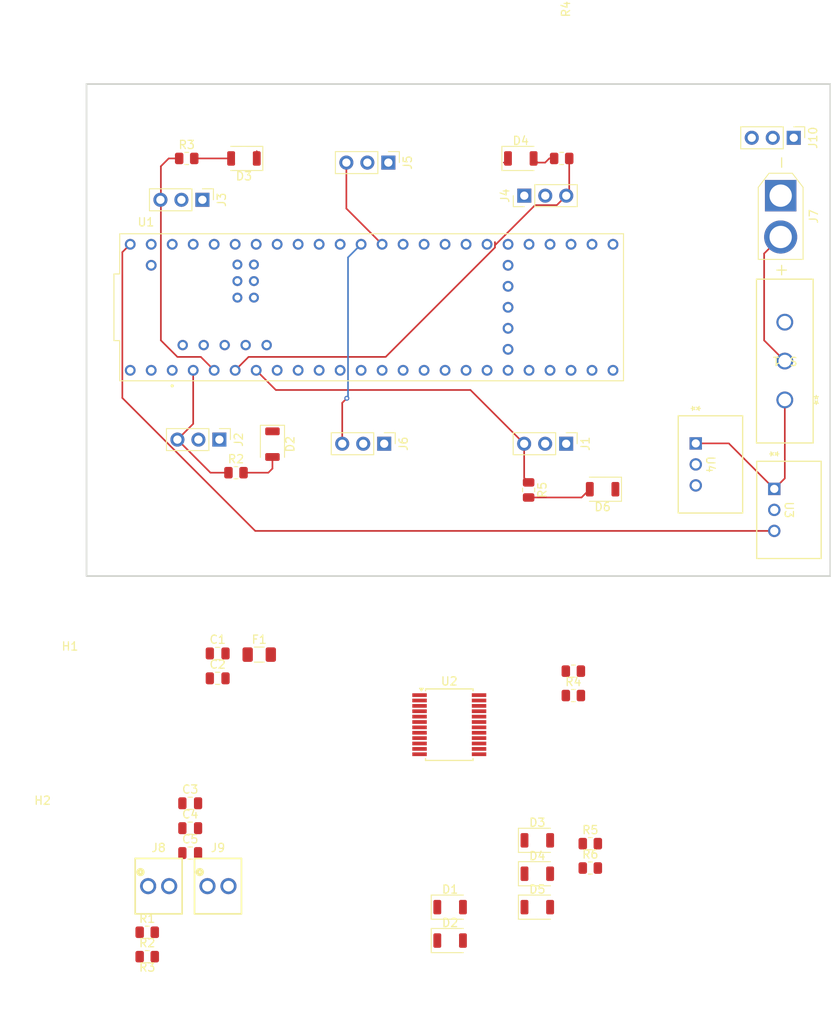
<source format=kicad_pcb>
(kicad_pcb (version 20240108) (generator "pcbnew") (generator_version "8.0")
  (layers (0 "F.Cu" signal) (31 "B.Cu" signal) (34 "B.Paste" user) (35 "F.Paste" user) (36 "B.SilkS" user "B.Silkscreen") (37 "F.SilkS" user "F.Silkscreen") (38 "B.Mask" user) (39 "F.Mask" user) (44 "Edge.Cuts" user))
  (net 0 "")
  (net 1 "+12V")
  (net 2 "GND")
  (net 3 "+5V")
  (net 4 "+3.3V")
  (net 5 "Net-(D1-A)")
  (net 6 "s2")
  (net 7 "s3")
  (net 8 "s4")
  (net 9 "Net-(D6-K)")
  (net 11 "s1")
  (net 12 "Net-(J2-Pin_3)")
  (net 13 "Net-(J3-Pin_3)")
  (net 14 "Net-(J4-Pin_3)")
  (net 15 "L1")
  (net 16 "L2")
  (net 17 "Net-(J8-Pin_1)")
  (net 18 "Net-(J8-Pin_2)")
  (net 19 "Net-(J9-Pin_1)")
  (net 20 "Net-(J9-Pin_2)")
  (net 21 "start")
  (net 24 "motorapwm")
  (net 27 "motorbpwm")
  (net 35 "md3")
  (net 40 "md2")
  (net 58 "md1")
  (net 68 "md4")
  (net 70 "mdr4")
  (net 71 "mdr1")
  (net 72 "mdr3")
  (net 73 "mdr2")
  (net 74 "Net-(J7-Pin_2)")
  (net 75 "Net-(D2-A)")
  (net 76 "Net-(D3-A)")
  (net 77 "Net-(D4-A)")
  (net 78 "Net-(D6-A)")
  (footprint "footprints:SIP3_R-78K-0.5_RCP" (layer "F.Cu") (at 153.225 70.46 -90)
    (property "Reference" "U3" (at 2.54 -1.775 -90) (layer "F.SilkS"))
    (property "Value" "R-78K5.0-0.5")
    (fp_line (start -3.3401 2.1239) (end 8.4201 2.1239) (stroke (width 0.1524)) (layer "F.SilkS"))
    (fp_line (start 8.4201 2.1239) (end 8.4201 -5.6739) (stroke (width 0.1524)) (layer "F.SilkS"))
    (fp_line (start -3.3401 -5.6739) (end -3.3401 2.1239) (stroke (width 0.1524)) (layer "F.SilkS"))
    (fp_line (start 8.4201 -5.6739) (end -3.3401 -5.6739) (stroke (width 0.1524)) (layer "F.SilkS"))
    (fp_text user "*" (at -4.2291 0 90) (layer "F.SilkS"))
    (fp_text user "*" (at -4.2291 0 -90) (layer "F.SilkS"))
    (pad "1" thru_hole rect (at 0 0 270) (size 1.4986 1.4986) (drill 0.9906) (layers "*.Cu" "*.Mask") (net 1 "+12V"))
    (pad "2" thru_hole circle (at 2.54 0 270) (size 1.4986 1.4986) (drill 0.9906) (layers "*.Cu" "*.Mask") (net 2 "GND"))
    (pad "3" thru_hole circle (at 5.08 0 270) (size 1.4986 1.4986) (drill 0.9906) (layers "*.Cu" "*.Mask") (net 3 "+5V"))
  )
  (footprint "Resistor_SMD:R_0805_2012Metric" (layer "F.Cu") (at 130.9625 116.31)
    (property "Reference" "R6" (at 0 -1.65 0) (layer "F.SilkS"))
    (property "Value" "R_US")
    (fp_line (start -0.227064 -0.735) (end 0.227064 -0.735) (stroke (width 0.12)) (layer "F.SilkS"))
    (fp_line (start -0.227064 0.735) (end 0.227064 0.735) (stroke (width 0.12)) (layer "F.SilkS"))
    (pad "1" smd roundrect (at -0.9125 0) (size 1.025 1.4) (layers "F.Cu" "F.Paste" "F.Mask") (roundrect_rratio 0.243902) (net 9 "Net-(D6-K)"))
    (pad "2" smd roundrect (at 0.9125 0) (size 1.025 1.4) (layers "F.Cu" "F.Paste" "F.Mask") (roundrect_rratio 0.243902) (net 2 "GND"))
  )
  (footprint "Resistor_SMD:R_0805_2012Metric" (layer "F.Cu") (at 88.0875 68.5)
    (property "Reference" "R2" (at 0 -1.65 360) (layer "F.SilkS"))
    (property "Value" "R_US")
    (fp_line (start -0.227064 -0.735) (end 0.227064 -0.735) (stroke (width 0.12)) (layer "F.SilkS"))
    (fp_line (start -0.227064 0.735) (end 0.227064 0.735) (stroke (width 0.12)) (layer "F.SilkS"))
    (pad "1" smd roundrect (at -0.9125 0) (size 1.025 1.4) (layers "F.Cu" "F.Paste" "F.Mask") (roundrect_rratio 0.243902) (net 6 "s2"))
    (pad "2" smd roundrect (at 0.9125 0) (size 1.025 1.4) (layers "F.Cu" "F.Paste" "F.Mask") (roundrect_rratio 0.243902) (net 75 "Net-(D2-A)"))
  )
  (footprint "Resistor_SMD:R_0805_2012Metric" (layer "F.Cu") (at 77.345 127.025)
    (property "Reference" "R2" (at 0 -1.65 0) (layer "F.SilkS"))
    (property "Value" "R_US")
    (fp_line (start -0.227064 -0.735) (end 0.227064 -0.735) (stroke (width 0.12)) (layer "F.SilkS"))
    (fp_line (start -0.227064 0.735) (end 0.227064 0.735) (stroke (width 0.12)) (layer "F.SilkS"))
    (pad "1" smd roundrect (at -0.9125 0) (size 1.025 1.4) (layers "F.Cu" "F.Paste" "F.Mask") (roundrect_rratio 0.243902) (net 11 "s1"))
    (pad "2" smd roundrect (at 0.9125 0) (size 1.025 1.4) (layers "F.Cu" "F.Paste" "F.Mask") (roundrect_rratio 0.243902) (net 2 "GND"))
  )
  (footprint "Connector_PinHeader_2.54mm:PinHeader_1x03_P2.54mm_Vertical" (layer "F.Cu") (at 106.025 65 -90)
    (property "Reference" "J6" (at 0 -2.33 90) (layer "F.SilkS"))
    (property "Value" "Screw_Terminal_01x03")
    (fp_line (start -1.33 6.41) (end 1.33 6.41) (stroke (width 0.12)) (layer "F.SilkS"))
    (fp_line (start -1.33 1.27) (end -1.33 6.41) (stroke (width 0.12)) (layer "F.SilkS"))
    (fp_line (start -1.33 1.27) (end 1.33 1.27) (stroke (width 0.12)) (layer "F.SilkS"))
    (fp_line (start 1.33 1.27) (end 1.33 6.41) (stroke (width 0.12)) (layer "F.SilkS"))
    (fp_line (start -1.33 0) (end -1.33 -1.33) (stroke (width 0.12)) (layer "F.SilkS"))
    (fp_line (start -1.33 -1.33) (end 0 -1.33) (stroke (width 0.12)) (layer "F.SilkS"))
    (pad "1" thru_hole rect (at 0 0 270) (size 1.7 1.7) (drill 1) (layers "*.Cu" "*.Mask") (net 2 "GND"))
    (pad "2" thru_hole oval (at 0 2.54 270) (size 1.7 1.7) (drill 1) (layers "*.Cu" "*.Mask") (net 2 "GND"))
    (pad "3" thru_hole oval (at 0 5.08 270) (size 1.7 1.7) (drill 1) (layers "*.Cu" "*.Mask") (net 16 "L2"))
  )
  (footprint "Connector_PinHeader_2.54mm:PinHeader_1x03_P2.54mm_Vertical" (layer "F.Cu") (at 106.525 31 -90)
    (property "Reference" "J5" (at 0 -2.33 90) (layer "F.SilkS"))
    (property "Value" "Screw_Terminal_01x03")
    (fp_line (start -1.33 6.41) (end 1.33 6.41) (stroke (width 0.12)) (layer "F.SilkS"))
    (fp_line (start -1.33 1.27) (end -1.33 6.41) (stroke (width 0.12)) (layer "F.SilkS"))
    (fp_line (start -1.33 1.27) (end 1.33 1.27) (stroke (width 0.12)) (layer "F.SilkS"))
    (fp_line (start 1.33 1.27) (end 1.33 6.41) (stroke (width 0.12)) (layer "F.SilkS"))
    (fp_line (start -1.33 0) (end -1.33 -1.33) (stroke (width 0.12)) (layer "F.SilkS"))
    (fp_line (start -1.33 -1.33) (end 0 -1.33) (stroke (width 0.12)) (layer "F.SilkS"))
    (pad "1" thru_hole rect (at 0 0 270) (size 1.7 1.7) (drill 1) (layers "*.Cu" "*.Mask") (net 2 "GND"))
    (pad "2" thru_hole oval (at 0 2.54 270) (size 1.7 1.7) (drill 1) (layers "*.Cu" "*.Mask") (net 4 "+3.3V"))
    (pad "3" thru_hole oval (at 0 5.08 270) (size 1.7 1.7) (drill 1) (layers "*.Cu" "*.Mask") (net 15 "L1"))
  )
  (footprint "LED_SMD:LED_1206_3216Metric_ReverseMount_Hole1.8x2.4mm" (layer "F.Cu") (at 114 121.04)
    (property "Reference" "D1" (at 0 -2.145 0) (layer "F.SilkS"))
    (property "Value" "LED")
    (fp_line (start -2.285 -1.46) (end -2.285 1.46) (stroke (width 0.12)) (layer "F.SilkS"))
    (fp_line (start -2.285 1.46) (end 1.6 1.46) (stroke (width 0.12)) (layer "F.SilkS"))
    (fp_line (start 1.6 -1.46) (end -2.285 -1.46) (stroke (width 0.12)) (layer "F.SilkS"))
    (pad "" np_thru_hole oval (at 0 0) (size 1.8 2.4) (drill oval 1.8 2.4) (layers "*.Cu" "*.Mask"))
    (pad "1" smd roundrect (at -1.55 0) (size 0.95 1.75) (layers "F.Cu" "F.Paste" "F.Mask") (roundrect_rratio 0.2) (net 2 "GND"))
    (pad "2" smd roundrect (at 1.55 0) (size 0.95 1.75) (layers "F.Cu" "F.Paste" "F.Mask") (roundrect_rratio 0.2) (net 5 "Net-(D1-A)"))
  )
  (footprint "MountingHole:MountingHole_2.5mm" (layer "F.Cu") (at 68 93)
    (property "Reference" "H1" (at 0 -3.5 0) (layer "F.SilkS"))
    (property "Value" "MountingHole")
    (pad "" np_thru_hole circle (at 0 0) (size 2.5 2.5) (drill 2.5) (layers "*.Cu" "*.Mask"))
  )
  (footprint "DEV-16771:MODULE_DEV-16771" (layer "F.Cu") (at 104.5 48.5)
    (property "Reference" "U1" (at -27.305 -10.295 0) (layer "F.SilkS"))
    (property "Value" "DEV-16771")
    (fp_line (start -31.18 4.03) (end -31.18 -4.03) (stroke (width 0.127)) (layer "F.SilkS"))
    (fp_line (start -30.48 -8.89) (end -30.48 -4.03) (stroke (width 0.127)) (layer "F.SilkS"))
    (fp_line (start -30.48 -8.89) (end 30.48 -8.89) (stroke (width 0.127)) (layer "F.SilkS"))
    (fp_line (start -30.48 -4.03) (end -31.18 -4.03) (stroke (width 0.127)) (layer "F.SilkS"))
    (fp_line (start -30.48 4.03) (end -31.18 4.03) (stroke (width 0.127)) (layer "F.SilkS"))
    (fp_line (start -30.48 8.89) (end -30.48 4.03) (stroke (width 0.127)) (layer "F.SilkS"))
    (fp_line (start 30.48 -8.89) (end 30.48 8.89) (stroke (width 0.127)) (layer "F.SilkS"))
    (fp_line (start 30.48 8.89) (end -30.48 8.89) (stroke (width 0.127)) (layer "F.SilkS"))
    (fp_circle (center -24.13 9.5) (end -24.03 9.5) (stroke (width 0.2)) (fill none) (layer "F.SilkS"))
    (pad "0" thru_hole circle (at -26.67 7.62) (size 1.308 1.308) (drill 0.8) (layers "*.Cu" "*.Mask"))
    (pad "1" thru_hole circle (at -24.13 7.62) (size 1.308 1.308) (drill 0.8) (layers "*.Cu" "*.Mask"))
    (pad "2" thru_hole circle (at -21.59 7.62) (size 1.308 1.308) (drill 0.8) (layers "*.Cu" "*.Mask") (net 6 "s2"))
    (pad "3" thru_hole circle (at -19.05 7.62) (size 1.308 1.308) (drill 0.8) (layers "*.Cu" "*.Mask") (net 7 "s3"))
    (pad "3.3V_1" thru_hole circle (at 6.35 7.62) (size 1.308 1.308) (drill 0.8) (layers "*.Cu" "*.Mask") (net 4 "+3.3V"))
    (pad "3.3V_2" thru_hole circle (at -24.13 -7.62) (size 1.308 1.308) (drill 0.8) (layers "*.Cu" "*.Mask") (net 4 "+3.3V"))
    (pad "3.3V_3" thru_hole circle (at 16.51 2.54) (size 1.308 1.308) (drill 0.8) (layers "*.Cu" "*.Mask") (net 4 "+3.3V"))
    (pad "4" thru_hole circle (at -16.51 7.62) (size 1.308 1.308) (drill 0.8) (layers "*.Cu" "*.Mask") (net 8 "s4"))
    (pad "5" thru_hole circle (at -13.97 7.62) (size 1.308 1.308) (drill 0.8) (layers "*.Cu" "*.Mask") (net 11 "s1"))
    (pad "5V" thru_hole circle (at -22.86 4.57) (size 1.258 1.258) (drill 0.75) (layers "*.Cu" "*.Mask"))
    (pad "6" thru_hole circle (at -11.43 7.62) (size 1.308 1.308) (drill 0.8) (layers "*.Cu" "*.Mask") (net 24 "motorapwm"))
    (pad "7" thru_hole circle (at -8.89 7.62) (size 1.308 1.308) (drill 0.8) (layers "*.Cu" "*.Mask"))
    (pad "8" thru_hole circle (at -6.35 7.62) (size 1.308 1.308) (drill 0.8) (layers "*.Cu" "*.Mask"))
    (pad "9" thru_hole circle (at -3.81 7.62) (size 1.308 1.308) (drill 0.8) (layers "*.Cu" "*.Mask") (net 27 "motorbpwm"))
    (pad "10" thru_hole circle (at -1.27 7.62) (size 1.308 1.308) (drill 0.8) (layers "*.Cu" "*.Mask"))
    (pad "11" thru_hole circle (at 1.27 7.62) (size 1.308 1.308) (drill 0.8) (layers "*.Cu" "*.Mask"))
    (pad "12" thru_hole circle (at 3.81 7.62) (size 1.308 1.308) (drill 0.8) (layers "*.Cu" "*.Mask"))
    (pad "13" thru_hole circle (at 3.81 -7.62) (size 1.308 1.308) (drill 0.8) (layers "*.Cu" "*.Mask"))
    (pad "14" thru_hole circle (at 1.27 -7.62) (size 1.308 1.308) (drill 0.8) (layers "*.Cu" "*.Mask") (net 15 "L1"))
    (pad "15" thru_hole circle (at -1.27 -7.62) (size 1.308 1.308) (drill 0.8) (layers "*.Cu" "*.Mask") (net 16 "L2"))
    (pad "16" thru_hole circle (at -3.81 -7.62) (size 1.308 1.308) (drill 0.8) (layers "*.Cu" "*.Mask"))
    (pad "17" thru_hole circle (at -6.35 -7.62) (size 1.308 1.308) (drill 0.8) (layers "*.Cu" "*.Mask") (net 21 "start"))
    (pad "18" thru_hole circle (at -8.89 -7.62) (size 1.308 1.308) (drill 0.8) (layers "*.Cu" "*.Mask"))
    (pad "19" thru_hole circle (at -11.43 -7.62) (size 1.308 1.308) (drill 0.8) (layers "*.Cu" "*.Mask") (net 58 "md1"))
    (pad "20" thru_hole circle (at -13.97 -7.62) (size 1.308 1.308) (drill 0.8) (layers "*.Cu" "*.Mask") (net 40 "md2"))
    (pad "21" thru_hole circle (at -16.51 -7.62) (size 1.308 1.308) (drill 0.8) (layers "*.Cu" "*.Mask") (net 35 "md3"))
    (pad "22" thru_hole circle (at -19.05 -7.62) (size 1.308 1.308) (drill 0.8) (layers "*.Cu" "*.Mask") (net 68 "md4"))
    (pad "23" thru_hole circle (at -21.59 -7.62) (size 1.308 1.308) (drill 0.8) (layers "*.Cu" "*.Mask"))
    (pad "24" thru_hole circle (at 8.89 7.62) (size 1.308 1.308) (drill 0.8) (layers "*.Cu" "*.Mask"))
    (pad "25" thru_hole circle (at 11.43 7.62) (size 1.308 1.308) (drill 0.8) (layers "*.Cu" "*.Mask"))
    (pad "26" thru_hole circle (at 13.97 7.62) (size 1.308 1.308) (drill 0.8) (layers "*.Cu" "*.Mask"))
    (pad "27" thru_hole circle (at 16.51 7.62) (size 1.308 1.308) (drill 0.8) (layers "*.Cu" "*.Mask"))
    (pad "28" thru_hole circle (at 19.05 7.62) (size 1.308 1.308) (drill 0.8) (layers "*.Cu" "*.Mask"))
    (pad "29" thru_hole circle (at 21.59 7.62) (size 1.308 1.308) (drill 0.8) (layers "*.Cu" "*.Mask"))
    (pad "30" thru_hole circle (at 24.13 7.62) (size 1.308 1.308) (drill 0.8) (layers "*.Cu" "*.Mask"))
    (pad "31" thru_hole circle (at 26.67 7.62) (size 1.308 1.308) (drill 0.8) (layers "*.Cu" "*.Mask"))
    (pad "32" thru_hole circle (at 29.21 7.62) (size 1.308 1.308) (drill 0.8) (layers "*.Cu" "*.Mask"))
    (pad "33" thru_hole circle (at 29.21 -7.62) (size 1.308 1.308) (drill 0.8) (layers "*.Cu" "*.Mask"))
    (pad "34" thru_hole circle (at 26.67 -7.62) (size 1.308 1.308) (drill 0.8) (layers "*.Cu" "*.Mask"))
    (pad "35" thru_hole circle (at 24.13 -7.62) (size 1.308 1.308) (drill 0.8) (layers "*.Cu" "*.Mask"))
    (pad "36" thru_hole circle (at 21.59 -7.62) (size 1.308 1.308) (drill 0.8) (layers "*.Cu" "*.Mask"))
    (pad "37" thru_hole circle (at 19.05 -7.62) (size 1.308 1.308) (drill 0.8) (layers "*.Cu" "*.Mask"))
    (pad "38" thru_hole circle (at 16.51 -7.62) (size 1.308 1.308) (drill 0.8) (layers "*.Cu" "*.Mask"))
    (pad "39" thru_hole circle (at 13.97 -7.62) (size 1.308 1.308) (drill 0.8) (layers "*.Cu" "*.Mask"))
    (pad "40" thru_hole circle (at 11.43 -7.62) (size 1.308 1.308) (drill 0.8) (layers "*.Cu" "*.Mask"))
    (pad "41" thru_hole circle (at 8.89 -7.62) (size 1.308 1.308) (drill 0.8) (layers "*.Cu" "*.Mask"))
    (pad "D+" thru_hole circle (at -17.78 4.57) (size 1.258 1.258) (drill 0.75) (layers "*.Cu" "*.Mask"))
    (pad "D-" thru_hole circle (at -20.32 4.57) (size 1.258 1.258) (drill 0.75) (layers "*.Cu" "*.Mask"))
    (pad "GND1" thru_hole circle (at -29.21 7.62) (size 1.308 1.308) (drill 0.8) (layers "*.Cu" "*.Mask") (net 2 "GND"))
    (pad "GND2" thru_hole circle (at 6.35 -7.62) (size 1.308 1.308) (drill 0.8) (layers "*.Cu" "*.Mask") (net 2 "GND"))
    (pad "GND3" thru_hole circle (at -26.67 -7.62) (size 1.308 1.308) (drill 0.8) (layers "*.Cu" "*.Mask") (net 2 "GND"))
    (pad "GND4" thru_hole circle (at 16.51 0) (size 1.308 1.308) (drill 0.8) (layers "*.Cu" "*.Mask") (net 2 "GND"))
    (pad "GND5" thru_hole circle (at -14.24 -3.17) (size 1.208 1.208) (drill 0.7) (layers "*.Cu" "*.Mask") (net 2 "GND"))
    (pad "LED" thru_hole circle (at -16.24 -3.17) (size 1.208 1.208) (drill 0.7) (layers "*.Cu" "*.Mask"))
    (pad "ON/OFF" thru_hole circle (at 16.51 -5.08) (size 1.308 1.308) (drill 0.8) (layers "*.Cu" "*.Mask"))
    (pad "PROGRAM" thru_hole circle (at 16.51 -2.54) (size 1.308 1.308) (drill 0.8) (layers "*.Cu" "*.Mask"))
    (pad "R+" thru_hole circle (at -16.24 -5.17) (size 1.208 1.208) (drill 0.7) (layers "*.Cu" "*.Mask"))
    (pad "R-" thru_hole circle (at -14.24 -5.17) (size 1.208 1.208) (drill 0.7) (layers "*.Cu" "*.Mask"))
    (pad "T+" thru_hole circle (at -14.24 -1.17) (size 1.208 1.208) (drill 0.7) (layers "*.Cu" "*.Mask"))
    (pad "T-" thru_hole circle (at -16.24 -1.17) (size 1.208 1.208) (drill 0.7) (layers "*.Cu" "*.Mask"))
    (pad "USB_GND1" thru_hole circle (at -15.24 4.57) (size 1.258 1.258) (drill 0.75) (layers "*.Cu" "*.Mask") (net 2 "GND"))
    (pad "USB_GND2" thru_hole circle (at -12.7 4.57) (size 1.258 1.258) (drill 0.75) (layers "*.Cu" "*.Mask") (net 2 "GND"))
    (pad "VBAT" thru_hole circle (at 16.51 5.08) (size 1.308 1.308) (drill 0.8) (layers "*.Cu" "*.Mask"))
    (pad "VIN" thru_hole circle (at -29.21 -7.62) (size 1.308 1.308) (drill 0.8) (layers "*.Cu" "*.Mask") (net 3 "+5V"))
    (pad "VUSB" thru_hole circle (at -26.67 -5.08) (size 1.308 1.308) (drill 0.8) (layers "*.Cu" "*.Mask"))
  )
  (footprint "Resistor_SMD:R_0805_2012Metric" (layer "F.Cu") (at 127.5 30.5 180)
    (property "Reference" "R4" (at -0.51 18.06 90) (layer "F.SilkS"))
    (property "Value" "R_US")
    (fp_line (start -0.227064 0.735) (end 0.227064 0.735) (stroke (width 0.12)) (layer "F.SilkS"))
    (fp_line (start -0.227064 -0.735) (end 0.227064 -0.735) (stroke (width 0.12)) (layer "F.SilkS"))
    (pad "1" smd roundrect (at -0.9125 0 180) (size 1.025 1.4) (layers "F.Cu" "F.Paste" "F.Mask") (roundrect_rratio 0.243902) (net 8 "s4"))
    (pad "2" smd roundrect (at 0.9125 0 180) (size 1.025 1.4) (layers "F.Cu" "F.Paste" "F.Mask") (roundrect_rratio 0.243902) (net 77 "Net-(D4-A)"))
  )
  (footprint "Package_SO:SSOP-24_5.3x8.2mm_P0.65mm" (layer "F.Cu") (at 113.9 98.975)
    (property "Reference" "U2" (at 0 -5.25 0) (layer "F.SilkS"))
    (property "Value" "TB6612FNG")
    (fp_line (start -2.875 -4.325) (end -2.875 -4.1) (stroke (width 0.15)) (layer "F.SilkS"))
    (fp_line (start -2.875 -4.325) (end 2.875 -4.325) (stroke (width 0.15)) (layer "F.SilkS"))
    (fp_line (start -2.875 4.325) (end -2.875 4.1) (stroke (width 0.15)) (layer "F.SilkS"))
    (fp_line (start -2.875 4.325) (end 2.875 4.325) (stroke (width 0.15)) (layer "F.SilkS"))
    (fp_line (start 2.875 -4.325) (end 2.875 -4.1) (stroke (width 0.15)) (layer "F.SilkS"))
    (fp_line (start 2.875 4.325) (end 2.875 4.1) (stroke (width 0.15)) (layer "F.SilkS"))
    (fp_poly (pts (xy -3.375 -4.075) (xy -3.615 -4.405) (xy -3.135 -4.405) (xy -3.375 -4.075)) (stroke (width 0.12)) (fill solid) (layer "F.SilkS"))
    (pad "1" smd rect (at -3.6 -3.575) (size 1.75 0.45) (layers "F.Cu" "F.Paste" "F.Mask") (net 17 "Net-(J8-Pin_1)"))
    (pad "2" smd rect (at -3.6 -2.925) (size 1.75 0.45) (layers "F.Cu" "F.Paste" "F.Mask") (net 17 "Net-(J8-Pin_1)"))
    (pad "3" smd rect (at -3.6 -2.275) (size 1.75 0.45) (layers "F.Cu" "F.Paste" "F.Mask") (net 2 "GND"))
    (pad "4" smd rect (at -3.6 -1.625) (size 1.75 0.45) (layers "F.Cu" "F.Paste" "F.Mask") (net 2 "GND"))
    (pad "5" smd rect (at -3.6 -0.975) (size 1.75 0.45) (layers "F.Cu" "F.Paste" "F.Mask") (net 18 "Net-(J8-Pin_2)"))
    (pad "6" smd rect (at -3.6 -0.325) (size 1.75 0.45) (layers "F.Cu" "F.Paste" "F.Mask") (net 18 "Net-(J8-Pin_2)"))
    (pad "7" smd rect (at -3.6 0.325) (size 1.75 0.45) (layers "F.Cu" "F.Paste" "F.Mask") (net 20 "Net-(J9-Pin_2)"))
    (pad "8" smd rect (at -3.6 0.975) (size 1.75 0.45) (layers "F.Cu" "F.Paste" "F.Mask") (net 20 "Net-(J9-Pin_2)"))
    (pad "9" smd rect (at -3.6 1.625) (size 1.75 0.45) (layers "F.Cu" "F.Paste" "F.Mask") (net 2 "GND"))
    (pad "10" smd rect (at -3.6 2.275) (size 1.75 0.45) (layers "F.Cu" "F.Paste" "F.Mask") (net 2 "GND"))
    (pad "11" smd rect (at -3.6 2.925) (size 1.75 0.45) (layers "F.Cu" "F.Paste" "F.Mask") (net 19 "Net-(J9-Pin_1)"))
    (pad "12" smd rect (at -3.6 3.575) (size 1.75 0.45) (layers "F.Cu" "F.Paste" "F.Mask") (net 19 "Net-(J9-Pin_1)"))
    (pad "13" smd rect (at 3.6 3.575) (size 1.75 0.45) (layers "F.Cu" "F.Paste" "F.Mask") (net 1 "+12V"))
    (pad "14" smd rect (at 3.6 2.925) (size 1.75 0.45) (layers "F.Cu" "F.Paste" "F.Mask") (net 1 "+12V"))
    (pad "15" smd rect (at 3.6 2.275) (size 1.75 0.45) (layers "F.Cu" "F.Paste" "F.Mask") (net 27 "motorbpwm"))
    (pad "16" smd rect (at 3.6 1.625) (size 1.75 0.45) (layers "F.Cu" "F.Paste" "F.Mask") (net 70 "mdr4"))
    (pad "17" smd rect (at 3.6 0.975) (size 1.75 0.45) (layers "F.Cu" "F.Paste" "F.Mask") (net 72 "mdr3"))
    (pad "18" smd rect (at 3.6 0.325) (size 1.75 0.45) (layers "F.Cu" "F.Paste" "F.Mask") (net 2 "GND"))
    (pad "19" smd rect (at 3.6 -0.325) (size 1.75 0.45) (layers "F.Cu" "F.Paste" "F.Mask") (net 4 "+3.3V"))
    (pad "20" smd rect (at 3.6 -0.975) (size 1.75 0.45) (layers "F.Cu" "F.Paste" "F.Mask") (net 4 "+3.3V"))
    (pad "21" smd rect (at 3.6 -1.625) (size 1.75 0.45) (layers "F.Cu" "F.Paste" "F.Mask") (net 71 "mdr1"))
    (pad "22" smd rect (at 3.6 -2.275) (size 1.75 0.45) (layers "F.Cu" "F.Paste" "F.Mask") (net 73 "mdr2"))
    (pad "23" smd rect (at 3.6 -2.925) (size 1.75 0.45) (layers "F.Cu" "F.Paste" "F.Mask") (net 24 "motorapwm"))
    (pad "24" smd rect (at 3.6 -3.575) (size 1.75 0.45) (layers "F.Cu" "F.Paste" "F.Mask") (net 1 "+12V"))
  )
  (footprint "MountingHole:MountingHole_2.5mm" (layer "F.Cu") (at 64.68 111.65)
    (property "Reference" "H2" (at 0 -3.5 0) (layer "F.SilkS"))
    (property "Value" "MountingHole")
    (pad "" np_thru_hole circle (at 0 0) (size 2.5 2.5) (drill 2.5) (layers "*.Cu" "*.Mask"))
  )
  (footprint "LED_SMD:LED_1206_3216Metric_ReverseMount_Hole1.8x2.4mm" (layer "F.Cu") (at 89.05 30.5 180)
    (property "Reference" "D3" (at 0 -2.145 360) (layer "F.SilkS"))
    (property "Value" "LED")
    (fp_line (start 1.6 -1.46) (end -2.285 -1.46) (stroke (width 0.12)) (layer "F.SilkS"))
    (fp_line (start -2.285 1.46) (end 1.6 1.46) (stroke (width 0.12)) (layer "F.SilkS"))
    (fp_line (start -2.285 -1.46) (end -2.285 1.46) (stroke (width 0.12)) (layer "F.SilkS"))
    (pad "" np_thru_hole oval (at 0 0 180) (size 1.8 2.4) (drill oval 1.8 2.4) (layers "*.Cu" "*.Mask"))
    (pad "1" smd roundrect (at -1.55 0 180) (size 0.95 1.75) (layers "F.Cu" "F.Paste" "F.Mask") (roundrect_rratio 0.2) (net 2 "GND"))
    (pad "2" smd roundrect (at 1.55 0 180) (size 0.95 1.75) (layers "F.Cu" "F.Paste" "F.Mask") (roundrect_rratio 0.2) (net 76 "Net-(D3-A)"))
  )
  (footprint "Capacitor_SMD:C_0805_2012Metric" (layer "F.Cu") (at 85.87 93.37)
    (property "Reference" "C2" (at 0 -1.68 0) (layer "F.SilkS"))
    (property "Value" "10 uF")
    (fp_line (start -0.261252 -0.735) (end 0.261252 -0.735) (stroke (width 0.12)) (layer "F.SilkS"))
    (fp_line (start -0.261252 0.735) (end 0.261252 0.735) (stroke (width 0.12)) (layer "F.SilkS"))
    (pad "1" smd roundrect (at -0.95 0) (size 1 1.45) (layers "F.Cu" "F.Paste" "F.Mask") (net 3 "+5V"))
    (pad "2" smd roundrect (at 0.95 0) (size 1 1.45) (layers "F.Cu" "F.Paste" "F.Mask") (net 2 "GND"))
  )
  (footprint "Connector_AMASS:AMASS_XT30U-F_1x02_P5.0mm_Vertical" (layer "F.Cu") (at 154 35 -90)
    (property "Reference" "J7" (at 2.5 -4 90) (layer "F.SilkS"))
    (property "Value" "Battery")
    (fp_line (start -1.01 2.71) (end 7.71 2.71) (stroke (width 0.12)) (layer "F.SilkS"))
    (fp_line (start -2.71 1.41) (end -1.01 2.71) (stroke (width 0.12)) (layer "F.SilkS"))
    (fp_line (start -2.71 -1.41) (end -2.71 1.41) (stroke (width 0.12)) (layer "F.SilkS"))
    (fp_line (start -2.71 -1.41) (end -1.01 -2.71) (stroke (width 0.12)) (layer "F.SilkS"))
    (fp_line (start -1.01 -2.71) (end 7.71 -2.71) (stroke (width 0.12)) (layer "F.SilkS"))
    (fp_line (start 7.71 -2.71) (end 7.71 2.71) (stroke (width 0.12)) (layer "F.SilkS"))
    (fp_text user "-" (at -4 0 90) (layer "F.SilkS") (effects (font (size 1.5 1.5))))
    (fp_text user "+" (at 9 0 90) (layer "F.SilkS") (effects (font (size 1.5 1.5))))
    (pad "1" thru_hole rect (at 0 0 270) (size 3.8 3.8) (drill 2.7) (layers "*.Cu" "*.Mask") (net 2 "GND"))
    (pad "2" thru_hole circle (at 5 0 270) (size 4 4) (drill 2.7) (layers "*.Cu" "*.Mask") (net 74 "Net-(J7-Pin_2)"))
  )
  (footprint "LED_SMD:LED_1206_3216Metric_ReverseMount_Hole1.8x2.4mm" (layer "F.Cu") (at 132.45 70.5 180)
    (property "Reference" "D6" (at 0 -2.145 360) (layer "F.SilkS"))
    (property "Value" "LED")
    (fp_line (start 1.6 -1.46) (end -2.285 -1.46) (stroke (width 0.12)) (layer "F.SilkS"))
    (fp_line (start -2.285 1.46) (end 1.6 1.46) (stroke (width 0.12)) (layer "F.SilkS"))
    (fp_line (start -2.285 -1.46) (end -2.285 1.46) (stroke (width 0.12)) (layer "F.SilkS"))
    (pad "" np_thru_hole oval (at 0 0 180) (size 1.8 2.4) (drill oval 1.8 2.4) (layers "*.Cu" "*.Mask"))
    (pad "1" smd roundrect (at -1.55 0 180) (size 0.95 1.75) (layers "F.Cu" "F.Paste" "F.Mask") (roundrect_rratio 0.2) (net 2 "GND"))
    (pad "2" smd roundrect (at 1.55 0 180) (size 0.95 1.75) (layers "F.Cu" "F.Paste" "F.Mask") (roundrect_rratio 0.2) (net 78 "Net-(D6-A)"))
  )
  (footprint "Capacitor_SMD:C_0805_2012Metric" (layer "F.Cu") (at 82.55 114.5)
    (property "Reference" "C5" (at 0 -1.68 0) (layer "F.SilkS"))
    (property "Value" "10uF")
    (fp_line (start -0.261252 -0.735) (end 0.261252 -0.735) (stroke (width 0.12)) (layer "F.SilkS"))
    (fp_line (start -0.261252 0.735) (end 0.261252 0.735) (stroke (width 0.12)) (layer "F.SilkS"))
    (pad "1" smd roundrect (at -0.95 0) (size 1 1.45) (layers "F.Cu" "F.Paste" "F.Mask") (net 4 "+3.3V"))
    (pad "2" smd roundrect (at 0.95 0) (size 1 1.45) (layers "F.Cu" "F.Paste" "F.Mask") (net 2 "GND"))
  )
  (footprint "footprints:SIP3_R-78K-0.5_RCP" (layer "F.Cu") (at 143.725 64.96 -90)
    (property "Reference" "U4" (at 2.54 -1.775 -90) (layer "F.SilkS"))
    (property "Value" "R-78K5.0-0.5")
    (fp_line (start -3.3401 2.1239) (end 8.4201 2.1239) (stroke (width 0.1524)) (layer "F.SilkS"))
    (fp_line (start 8.4201 2.1239) (end 8.4201 -5.6739) (stroke (width 0.1524)) (layer "F.SilkS"))
    (fp_line (start -3.3401 -5.6739) (end -3.3401 2.1239) (stroke (width 0.1524)) (layer "F.SilkS"))
    (fp_line (start 8.4201 -5.6739) (end -3.3401 -5.6739) (stroke (width 0.1524)) (layer "F.SilkS"))
    (fp_text user "*" (at -4.2291 0 90) (layer "F.SilkS"))
    (fp_text user "*" (at -4.2291 0 -90) (layer "F.SilkS"))
    (pad "1" thru_hole rect (at 0 0 270) (size 1.4986 1.4986) (drill 0.9906) (layers "*.Cu" "*.Mask") (net 1 "+12V"))
    (pad "2" thru_hole circle (at 2.54 0 270) (size 1.4986 1.4986) (drill 0.9906) (layers "*.Cu" "*.Mask") (net 2 "GND"))
    (pad "3" thru_hole circle (at 5.08 0 270) (size 1.4986 1.4986) (drill 0.9906) (layers "*.Cu" "*.Mask") (net 4 "+3.3V"))
  )
  (footprint "Resistor_SMD:R_0805_2012Metric" (layer "F.Cu") (at 123.5 70.5875 -90)
    (property "Reference" "R5" (at 0 -1.65 90) (layer "F.SilkS"))
    (property "Value" "R_US")
    (fp_line (start -0.227064 0.735) (end 0.227064 0.735) (stroke (width 0.12)) (layer "F.SilkS"))
    (fp_line (start -0.227064 -0.735) (end 0.227064 -0.735) (stroke (width 0.12)) (layer "F.SilkS"))
    (pad "1" smd roundrect (at -0.9125 0 270) (size 1.025 1.4) (layers "F.Cu" "F.Paste" "F.Mask") (roundrect_rratio 0.243902) (net 11 "s1"))
    (pad "2" smd roundrect (at 0.9125 0 270) (size 1.025 1.4) (layers "F.Cu" "F.Paste" "F.Mask") (roundrect_rratio 0.243902) (net 78 "Net-(D6-A)"))
  )
  (footprint "Connector_PinHeader_2.54mm:PinHeader_1x03_P2.54mm_Vertical" (layer "F.Cu") (at 84.025 35.5 -90)
    (property "Reference" "J3" (at 0 -2.33 90) (layer "F.SilkS"))
    (property "Value" "Screw_Terminal_01x03")
    (fp_line (start -1.33 6.41) (end 1.33 6.41) (stroke (width 0.12)) (layer "F.SilkS"))
    (fp_line (start -1.33 1.27) (end -1.33 6.41) (stroke (width 0.12)) (layer "F.SilkS"))
    (fp_line (start -1.33 1.27) (end 1.33 1.27) (stroke (width 0.12)) (layer "F.SilkS"))
    (fp_line (start 1.33 1.27) (end 1.33 6.41) (stroke (width 0.12)) (layer "F.SilkS"))
    (fp_line (start -1.33 0) (end -1.33 -1.33) (stroke (width 0.12)) (layer "F.SilkS"))
    (fp_line (start -1.33 -1.33) (end 0 -1.33) (stroke (width 0.12)) (layer "F.SilkS"))
    (pad "1" thru_hole rect (at 0 0 270) (size 1.7 1.7) (drill 1) (layers "*.Cu" "*.Mask") (net 4 "+3.3V"))
    (pad "2" thru_hole oval (at 0 2.54 270) (size 1.7 1.7) (drill 1) (layers "*.Cu" "*.Mask") (net 2 "GND"))
    (pad "3" thru_hole oval (at 0 5.08 270) (size 1.7 1.7) (drill 1) (layers "*.Cu" "*.Mask") (net 7 "s3"))
  )
  (footprint "Resistor_SMD:R_0805_2012Metric" (layer "F.Cu") (at 77.345 124.075)
    (property "Reference" "R1" (at 0 -1.65 0) (layer "F.SilkS"))
    (property "Value" "R_US")
    (fp_line (start -0.227064 -0.735) (end 0.227064 -0.735) (stroke (width 0.12)) (layer "F.SilkS"))
    (fp_line (start -0.227064 0.735) (end 0.227064 0.735) (stroke (width 0.12)) (layer "F.SilkS"))
    (pad "1" smd roundrect (at -0.9125 0) (size 1.025 1.4) (layers "F.Cu" "F.Paste" "F.Mask") (roundrect_rratio 0.243902) (net 3 "+5V"))
    (pad "2" smd roundrect (at 0.9125 0) (size 1.025 1.4) (layers "F.Cu" "F.Paste" "F.Mask") (roundrect_rratio 0.243902) (net 5 "Net-(D1-A)"))
  )
  (footprint "Capacitor_SMD:C_0805_2012Metric" (layer "F.Cu") (at 85.87 90.36)
    (property "Reference" "C1" (at 0 -1.68 0) (layer "F.SilkS"))
    (property "Value" "10uF")
    (fp_line (start -0.261252 -0.735) (end 0.261252 -0.735) (stroke (width 0.12)) (layer "F.SilkS"))
    (fp_line (start -0.261252 0.735) (end 0.261252 0.735) (stroke (width 0.12)) (layer "F.SilkS"))
    (pad "1" smd roundrect (at -0.95 0) (size 1 1.45) (layers "F.Cu" "F.Paste" "F.Mask") (net 1 "+12V"))
    (pad "2" smd roundrect (at 0.95 0) (size 1 1.45) (layers "F.Cu" "F.Paste" "F.Mask") (net 2 "GND"))
  )
  (footprint "Fuse:Fuse_1206_3216Metric" (layer "F.Cu") (at 90.9 90.5)
    (property "Reference" "F1" (at 0 -1.82 0) (layer "F.SilkS"))
    (property "Value" "Fuse")
    (fp_line (start -0.602064 -0.91) (end 0.602064 -0.91) (stroke (width 0.12)) (layer "F.SilkS"))
    (fp_line (start -0.602064 0.91) (end 0.602064 0.91) (stroke (width 0.12)) (layer "F.SilkS"))
    (pad "1" smd roundrect (at -1.4 0) (size 1.25 1.75) (layers "F.Cu" "F.Paste" "F.Mask") (roundrect_rratio 0.2) (net 1 "+12V"))
    (pad "2" smd roundrect (at 1.4 0) (size 1.25 1.75) (layers "F.Cu" "F.Paste" "F.Mask") (roundrect_rratio 0.2))
  )
  (footprint "Connector_PinHeader_2.54mm:PinHeader_1x03_P2.54mm_Vertical" (layer "F.Cu") (at 128.04 65 -90)
    (property "Reference" "J1" (at 0 -2.33 90) (layer "F.SilkS"))
    (property "Value" "Screw_Terminal_01x03")
    (fp_line (start -1.33 6.41) (end 1.33 6.41) (stroke (width 0.12)) (layer "F.SilkS"))
    (fp_line (start -1.33 1.27) (end -1.33 6.41) (stroke (width 0.12)) (layer "F.SilkS"))
    (fp_line (start -1.33 1.27) (end 1.33 1.27) (stroke (width 0.12)) (layer "F.SilkS"))
    (fp_line (start 1.33 1.27) (end 1.33 6.41) (stroke (width 0.12)) (layer "F.SilkS"))
    (fp_line (start -1.33 0) (end -1.33 -1.33) (stroke (width 0.12)) (layer "F.SilkS"))
    (fp_line (start -1.33 -1.33) (end 0 -1.33) (stroke (width 0.12)) (layer "F.SilkS"))
    (pad "1" thru_hole rect (at 0 0 270) (size 1.7 1.7) (drill 1) (layers "*.Cu" "*.Mask") (net 4 "+3.3V"))
    (pad "2" thru_hole oval (at 0 2.54 270) (size 1.7 1.7) (drill 1) (layers "*.Cu" "*.Mask") (net 2 "GND"))
    (pad "3" thru_hole oval (at 0 5.08 270) (size 1.7 1.7) (drill 1) (layers "*.Cu" "*.Mask") (net 11 "s1"))
  )
  (footprint "Resistor_SMD:R_0805_2012Metric" (layer "F.Cu") (at 128.9125 92.5)
    (property "Reference" "R3" (at -51.5675 35.825 0) (layer "F.SilkS"))
    (property "Value" "R_US")
    (fp_line (start -0.227064 -0.735) (end 0.227064 -0.735) (stroke (width 0.12)) (layer "F.SilkS"))
    (fp_line (start -0.227064 0.735) (end 0.227064 0.735) (stroke (width 0.12)) (layer "F.SilkS"))
    (pad "1" smd roundrect (at -0.9125 0) (size 1.025 1.4) (layers "F.Cu" "F.Paste" "F.Mask") (roundrect_rratio 0.243902) (net 6 "s2"))
    (pad "2" smd roundrect (at 0.9125 0) (size 1.025 1.4) (layers "F.Cu" "F.Paste" "F.Mask") (roundrect_rratio 0.243902) (net 12 "Net-(J2-Pin_3)"))
  )
  (footprint "LED_SMD:LED_1206_3216Metric_ReverseMount_Hole1.8x2.4mm" (layer "F.Cu") (at 114 125.08)
    (property "Reference" "D2" (at 0 -2.145 0) (layer "F.SilkS"))
    (property "Value" "LED")
    (fp_line (start -2.285 -1.46) (end -2.285 1.46) (stroke (width 0.12)) (layer "F.SilkS"))
    (fp_line (start -2.285 1.46) (end 1.6 1.46) (stroke (width 0.12)) (layer "F.SilkS"))
    (fp_line (start 1.6 -1.46) (end -2.285 -1.46) (stroke (width 0.12)) (layer "F.SilkS"))
    (pad "" np_thru_hole oval (at 0 0) (size 1.8 2.4) (drill oval 1.8 2.4) (layers "*.Cu" "*.Mask"))
    (pad "1" smd roundrect (at -1.55 0) (size 0.95 1.75) (layers "F.Cu" "F.Paste" "F.Mask") (roundrect_rratio 0.2) (net 2 "GND"))
    (pad "2" smd roundrect (at 1.55 0) (size 0.95 1.75) (layers "F.Cu" "F.Paste" "F.Mask") (roundrect_rratio 0.2) (net 2 "GND"))
  )
  (footprint "robowrestling:Switch" (layer "F.Cu") (at 154.5 59.700001 180)
    (property "Reference" "SW1" (at 0 4.700001 180) (layer "F.SilkS"))
    (property "Value" "SW_SPDT")
    (fp_line (start 3.429 14.606001) (end 3.429 -5.205999) (stroke (width 0.1524)) (layer "F.SilkS"))
    (fp_line (start 3.429 -5.205999) (end -3.429 -5.205999) (stroke (width 0.1524)) (layer "F.SilkS"))
    (fp_line (start -3.429 14.606001) (end 3.429 14.606001) (stroke (width 0.1524)) (layer "F.SilkS"))
    (fp_line (start -3.429 -5.205999) (end -3.429 14.606001) (stroke (width 0.1524)) (layer "F.SilkS"))
    (fp_text user "*" (at -3.81 0 360) (layer "F.SilkS"))
    (fp_text user "*" (at -3.81 0 180) (layer "F.SilkS"))
    (pad "1" thru_hole circle (at 0 0 180) (size 2.032 2.032) (drill 1.524) (layers "*.Cu" "*.Mask") (net 1 "+12V"))
    (pad "2" thru_hole circle (at 0 4.700001 180) (size 2.032 2.032) (drill 1.524) (layers "*.Cu" "*.Mask") (net 74 "Net-(J7-Pin_2)"))
    (pad "3" thru_hole circle (at 0 9.400001 180) (size 2.032 2.032) (drill 1.524) (layers "*.Cu" "*.Mask"))
  )
  (footprint "Resistor_SMD:R_0805_2012Metric" (layer "F.Cu") (at 82.125 30.5)
    (property "Reference" "R3" (at 0 -1.65 360) (layer "F.SilkS"))
    (property "Value" "R_US")
    (fp_line (start -0.227064 -0.735) (end 0.227064 -0.735) (stroke (width 0.12)) (layer "F.SilkS"))
    (fp_line (start -0.227064 0.735) (end 0.227064 0.735) (stroke (width 0.12)) (layer "F.SilkS"))
    (pad "1" smd roundrect (at -0.9125 0) (size 1.025 1.4) (layers "F.Cu" "F.Paste" "F.Mask") (roundrect_rratio 0.243902) (net 7 "s3"))
    (pad "2" smd roundrect (at 0.9125 0) (size 1.025 1.4) (layers "F.Cu" "F.Paste" "F.Mask") (roundrect_rratio 0.243902) (net 76 "Net-(D3-A)"))
  )
  (footprint "Capacitor_SMD:C_0805_2012Metric" (layer "F.Cu") (at 82.55 108.48)
    (property "Reference" "C3" (at 0 -1.68 0) (layer "F.SilkS"))
    (property "Value" "0.1uF")
    (fp_line (start -0.261252 -0.735) (end 0.261252 -0.735) (stroke (width 0.12)) (layer "F.SilkS"))
    (fp_line (start -0.261252 0.735) (end 0.261252 0.735) (stroke (width 0.12)) (layer "F.SilkS"))
    (pad "1" smd roundrect (at -0.95 0) (size 1 1.45) (layers "F.Cu" "F.Paste" "F.Mask") (net 2 "GND"))
    (pad "2" smd roundrect (at 0.95 0) (size 1 1.45) (layers "F.Cu" "F.Paste" "F.Mask") (net 3 "+5V"))
  )
  (footprint "LED_SMD:LED_1206_3216Metric_ReverseMount_Hole1.8x2.4mm" (layer "F.Cu") (at 124.55 117)
    (property "Reference" "D4" (at 0 -2.145 0) (layer "F.SilkS"))
    (property "Value" "LED")
    (fp_line (start -2.285 -1.46) (end -2.285 1.46) (stroke (width 0.12)) (layer "F.SilkS"))
    (fp_line (start -2.285 1.46) (end 1.6 1.46) (stroke (width 0.12)) (layer "F.SilkS"))
    (fp_line (start 1.6 -1.46) (end -2.285 -1.46) (stroke (width 0.12)) (layer "F.SilkS"))
    (pad "" np_thru_hole oval (at 0 0) (size 1.8 2.4) (drill oval 1.8 2.4) (layers "*.Cu" "*.Mask"))
    (pad "1" smd roundrect (at -1.55 0) (size 0.95 1.75) (layers "F.Cu" "F.Paste" "F.Mask") (roundrect_rratio 0.2) (net 2 "GND"))
    (pad "2" smd roundrect (at 1.55 0) (size 0.95 1.75) (layers "F.Cu" "F.Paste" "F.Mask") (roundrect_rratio 0.2) (net 7 "s3"))
  )
  (footprint "robowrestling:Screw Terminal" (layer "F.Cu") (at 78.73 118.5)
    (property "Reference" "J8" (at 0 -4.635 0) (layer "F.SilkS"))
    (property "Value" "Screw_Terminal_01x02")
    (fp_line (start -2.84 -3.35) (end 2.84 -3.35) (stroke (width 0.2)) (layer "F.SilkS"))
    (fp_line (start -2.84 3.35) (end -2.84 -3.35) (stroke (width 0.2)) (layer "F.SilkS"))
    (fp_line (start 2.84 -3.35) (end 2.84 3.35) (stroke (width 0.2)) (layer "F.SilkS"))
    (fp_line (start 2.84 3.35) (end -2.84 3.35) (stroke (width 0.2)) (layer "F.SilkS"))
    (fp_circle (center -2.2 -1.7) (end -2.1 -1.7) (stroke (width 0.4)) (fill none) (layer "F.SilkS"))
    (pad "1" thru_hole circle (at -1.27 0) (size 1.95 1.95) (drill 1.3) (layers "*.Cu" "*.Mask") (net 17 "Net-(J8-Pin_1)"))
    (pad "2" thru_hole circle (at 1.27 0) (size 1.95 1.95) (drill 1.3) (layers "*.Cu" "*.Mask") (net 18 "Net-(J8-Pin_2)"))
  )
  (footprint "LED_SMD:LED_1206_3216Metric_ReverseMount_Hole1.8x2.4mm" (layer "F.Cu") (at 92.5 65.05 -90)
    (property "Reference" "D2" (at 0 -2.145 90) (layer "F.SilkS"))
    (property "Value" "LED")
    (fp_line (start -2.285 1.46) (end 1.6 1.46) (stroke (width 0.12)) (layer "F.SilkS"))
    (fp_line (start -2.285 -1.46) (end -2.285 1.46) (stroke (width 0.12)) (layer "F.SilkS"))
    (fp_line (start 1.6 -1.46) (end -2.285 -1.46) (stroke (width 0.12)) (layer "F.SilkS"))
    (pad "" np_thru_hole oval (at 0 0 270) (size 1.8 2.4) (drill oval 1.8 2.4) (layers "*.Cu" "*.Mask"))
    (pad "1" smd roundrect (at -1.55 0 270) (size 0.95 1.75) (layers "F.Cu" "F.Paste" "F.Mask") (roundrect_rratio 0.2) (net 2 "GND"))
    (pad "2" smd roundrect (at 1.55 0 270) (size 0.95 1.75) (layers "F.Cu" "F.Paste" "F.Mask") (roundrect_rratio 0.2) (net 75 "Net-(D2-A)"))
  )
  (footprint "Capacitor_SMD:C_0805_2012Metric" (layer "F.Cu") (at 82.55 111.49)
    (property "Reference" "C4" (at 0 -1.68 0) (layer "F.SilkS"))
    (property "Value" "10uF")
    (fp_line (start -0.261252 -0.735) (end 0.261252 -0.735) (stroke (width 0.12)) (layer "F.SilkS"))
    (fp_line (start -0.261252 0.735) (end 0.261252 0.735) (stroke (width 0.12)) (layer "F.SilkS"))
    (pad "1" smd roundrect (at -0.95 0) (size 1 1.45) (layers "F.Cu" "F.Paste" "F.Mask") (net 1 "+12V"))
    (pad "2" smd roundrect (at 0.95 0) (size 1 1.45) (layers "F.Cu" "F.Paste" "F.Mask") (net 2 "GND"))
  )
  (footprint "LED_SMD:LED_1206_3216Metric_ReverseMount_Hole1.8x2.4mm" (layer "F.Cu") (at 124.55 112.96)
    (property "Reference" "D3" (at 0 -2.145 0) (layer "F.SilkS"))
    (property "Value" "LED")
    (fp_line (start -2.285 -1.46) (end -2.285 1.46) (stroke (width 0.12)) (layer "F.SilkS"))
    (fp_line (start -2.285 1.46) (end 1.6 1.46) (stroke (width 0.12)) (layer "F.SilkS"))
    (fp_line (start 1.6 -1.46) (end -2.285 -1.46) (stroke (width 0.12)) (layer "F.SilkS"))
    (pad "" np_thru_hole oval (at 0 0) (size 1.8 2.4) (drill oval 1.8 2.4) (layers "*.Cu" "*.Mask"))
    (pad "1" smd roundrect (at -1.55 0) (size 0.95 1.75) (layers "F.Cu" "F.Paste" "F.Mask") (roundrect_rratio 0.2) (net 2 "GND"))
    (pad "2" smd roundrect (at 1.55 0) (size 0.95 1.75) (layers "F.Cu" "F.Paste" "F.Mask") (roundrect_rratio 0.2) (net 6 "s2"))
  )
  (footprint "robowrestling:Screw Terminal" (layer "F.Cu") (at 85.91 118.5)
    (property "Reference" "J9" (at 0 -4.635 0) (layer "F.SilkS"))
    (property "Value" "Screw_Terminal_01x02")
    (fp_line (start -2.84 -3.35) (end 2.84 -3.35) (stroke (width 0.2)) (layer "F.SilkS"))
    (fp_line (start -2.84 3.35) (end -2.84 -3.35) (stroke (width 0.2)) (layer "F.SilkS"))
    (fp_line (start 2.84 -3.35) (end 2.84 3.35) (stroke (width 0.2)) (layer "F.SilkS"))
    (fp_line (start 2.84 3.35) (end -2.84 3.35) (stroke (width 0.2)) (layer "F.SilkS"))
    (fp_circle (center -2.2 -1.7) (end -2.1 -1.7) (stroke (width 0.4)) (fill none) (layer "F.SilkS"))
    (pad "1" thru_hole circle (at -1.27 0) (size 1.95 1.95) (drill 1.3) (layers "*.Cu" "*.Mask") (net 19 "Net-(J9-Pin_1)"))
    (pad "2" thru_hole circle (at 1.27 0) (size 1.95 1.95) (drill 1.3) (layers "*.Cu" "*.Mask") (net 20 "Net-(J9-Pin_2)"))
  )
  (footprint "LED_SMD:LED_1206_3216Metric_ReverseMount_Hole1.8x2.4mm" (layer "F.Cu") (at 124.55 121.04)
    (property "Reference" "D5" (at 0 -2.145 0) (layer "F.SilkS"))
    (property "Value" "LED")
    (fp_line (start -2.285 -1.46) (end -2.285 1.46) (stroke (width 0.12)) (layer "F.SilkS"))
    (fp_line (start -2.285 1.46) (end 1.6 1.46) (stroke (width 0.12)) (layer "F.SilkS"))
    (fp_line (start 1.6 -1.46) (end -2.285 -1.46) (stroke (width 0.12)) (layer "F.SilkS"))
    (pad "" np_thru_hole oval (at 0 0) (size 1.8 2.4) (drill oval 1.8 2.4) (layers "*.Cu" "*.Mask"))
    (pad "1" smd roundrect (at -1.55 0) (size 0.95 1.75) (layers "F.Cu" "F.Paste" "F.Mask") (roundrect_rratio 0.2) (net 2 "GND"))
    (pad "2" smd roundrect (at 1.55 0) (size 0.95 1.75) (layers "F.Cu" "F.Paste" "F.Mask") (roundrect_rratio 0.2) (net 8 "s4"))
  )
  (footprint "Connector_PinHeader_2.54mm:PinHeader_1x03_P2.54mm_Vertical" (layer "F.Cu") (at 155.58 28 -90)
    (property "Reference" "J10" (at 0 -2.33 90) (layer "F.SilkS"))
    (property "Value" "Conn_01x03_Pin")
    (fp_line (start -1.33 6.41) (end 1.33 6.41) (stroke (width 0.12)) (layer "F.SilkS"))
    (fp_line (start -1.33 1.27) (end -1.33 6.41) (stroke (width 0.12)) (layer "F.SilkS"))
    (fp_line (start -1.33 1.27) (end 1.33 1.27) (stroke (width 0.12)) (layer "F.SilkS"))
    (fp_line (start 1.33 1.27) (end 1.33 6.41) (stroke (width 0.12)) (layer "F.SilkS"))
    (fp_line (start -1.33 0) (end -1.33 -1.33) (stroke (width 0.12)) (layer "F.SilkS"))
    (fp_line (start -1.33 -1.33) (end 0 -1.33) (stroke (width 0.12)) (layer "F.SilkS"))
    (pad "1" thru_hole rect (at 0 0 270) (size 1.7 1.7) (drill 1) (layers "*.Cu" "*.Mask") (net 21 "start"))
    (pad "2" thru_hole oval (at 0 2.54 270) (size 1.7 1.7) (drill 1) (layers "*.Cu" "*.Mask") (net 2 "GND"))
    (pad "3" thru_hole oval (at 0 5.08 270) (size 1.7 1.7) (drill 1) (layers "*.Cu" "*.Mask") (net 4 "+3.3V"))
  )
  (footprint "Resistor_SMD:R_0805_2012Metric" (layer "F.Cu") (at 128.9125 95.45)
    (property "Reference" "R4" (at 0 -1.65 0) (layer "F.SilkS"))
    (property "Value" "R_US")
    (fp_line (start -0.227064 -0.735) (end 0.227064 -0.735) (stroke (width 0.12)) (layer "F.SilkS"))
    (fp_line (start -0.227064 0.735) (end 0.227064 0.735) (stroke (width 0.12)) (layer "F.SilkS"))
    (pad "1" smd roundrect (at -0.9125 0) (size 1.025 1.4) (layers "F.Cu" "F.Paste" "F.Mask") (roundrect_rratio 0.243902) (net 7 "s3"))
    (pad "2" smd roundrect (at 0.9125 0) (size 1.025 1.4) (layers "F.Cu" "F.Paste" "F.Mask") (roundrect_rratio 0.243902) (net 13 "Net-(J3-Pin_3)"))
  )
  (footprint "Resistor_SMD:R_0805_2012Metric" (layer "F.Cu") (at 130.9625 113.36)
    (property "Reference" "R5" (at 0 -1.65 0) (layer "F.SilkS"))
    (property "Value" "R_US")
    (fp_line (start -0.227064 -0.735) (end 0.227064 -0.735) (stroke (width 0.12)) (layer "F.SilkS"))
    (fp_line (start -0.227064 0.735) (end 0.227064 0.735) (stroke (width 0.12)) (layer "F.SilkS"))
    (pad "1" smd roundrect (at -0.9125 0) (size 1.025 1.4) (layers "F.Cu" "F.Paste" "F.Mask") (roundrect_rratio 0.243902) (net 8 "s4"))
    (pad "2" smd roundrect (at 0.9125 0) (size 1.025 1.4) (layers "F.Cu" "F.Paste" "F.Mask") (roundrect_rratio 0.243902) (net 14 "Net-(J4-Pin_3)"))
  )
  (footprint "LED_SMD:LED_1206_3216Metric_ReverseMount_Hole1.8x2.4mm" (layer "F.Cu") (at 122.55 30.5)
    (property "Reference" "D4" (at 0 -2.145 360) (layer "F.SilkS"))
    (property "Value" "LED")
    (fp_line (start -2.285 -1.46) (end -2.285 1.46) (stroke (width 0.12)) (layer "F.SilkS"))
    (fp_line (start -2.285 1.46) (end 1.6 1.46) (stroke (width 0.12)) (layer "F.SilkS"))
    (fp_line (start 1.6 -1.46) (end -2.285 -1.46) (stroke (width 0.12)) (layer "F.SilkS"))
    (pad "" np_thru_hole oval (at 0 0) (size 1.8 2.4) (drill oval 1.8 2.4) (layers "*.Cu" "*.Mask"))
    (pad "1" smd roundrect (at -1.55 0) (size 0.95 1.75) (layers "F.Cu" "F.Paste" "F.Mask") (roundrect_rratio 0.2) (net 2 "GND"))
    (pad "2" smd roundrect (at 1.55 0) (size 0.95 1.75) (layers "F.Cu" "F.Paste" "F.Mask") (roundrect_rratio 0.2) (net 77 "Net-(D4-A)"))
  )
  (footprint "Connector_PinHeader_2.54mm:PinHeader_1x03_P2.54mm_Vertical" (layer "F.Cu") (at 86.08 64.5 -90)
    (property "Reference" "J2" (at 0 -2.33 90) (layer "F.SilkS"))
    (property "Value" "Screw_Terminal_01x03")
    (fp_line (start -1.33 6.41) (end 1.33 6.41) (stroke (width 0.12)) (layer "F.SilkS"))
    (fp_line (start -1.33 1.27) (end -1.33 6.41) (stroke (width 0.12)) (layer "F.SilkS"))
    (fp_line (start -1.33 1.27) (end 1.33 1.27) (stroke (width 0.12)) (layer "F.SilkS"))
    (fp_line (start 1.33 1.27) (end 1.33 6.41) (stroke (width 0.12)) (layer "F.SilkS"))
    (fp_line (start -1.33 0) (end -1.33 -1.33) (stroke (width 0.12)) (layer "F.SilkS"))
    (fp_line (start -1.33 -1.33) (end 0 -1.33) (stroke (width 0.12)) (layer "F.SilkS"))
    (pad "1" thru_hole rect (at 0 0 270) (size 1.7 1.7) (drill 1) (layers "*.Cu" "*.Mask") (net 4 "+3.3V"))
    (pad "2" thru_hole oval (at 0 2.54 270) (size 1.7 1.7) (drill 1) (layers "*.Cu" "*.Mask") (net 2 "GND"))
    (pad "3" thru_hole oval (at 0 5.08 270) (size 1.7 1.7) (drill 1) (layers "*.Cu" "*.Mask") (net 6 "s2"))
  )
  (footprint "Connector_PinHeader_2.54mm:PinHeader_1x03_P2.54mm_Vertical" (layer "F.Cu") (at 122.975 35 90)
    (property "Reference" "J4" (at 0 -2.33 90) (layer "F.SilkS"))
    (property "Value" "Screw_Terminal_01x03")
    (fp_line (start -1.33 -1.33) (end 0 -1.33) (stroke (width 0.12)) (layer "F.SilkS"))
    (fp_line (start -1.33 0) (end -1.33 -1.33) (stroke (width 0.12)) (layer "F.SilkS"))
    (fp_line (start 1.33 1.27) (end 1.33 6.41) (stroke (width 0.12)) (layer "F.SilkS"))
    (fp_line (start -1.33 1.27) (end 1.33 1.27) (stroke (width 0.12)) (layer "F.SilkS"))
    (fp_line (start -1.33 1.27) (end -1.33 6.41) (stroke (width 0.12)) (layer "F.SilkS"))
    (fp_line (start -1.33 6.41) (end 1.33 6.41) (stroke (width 0.12)) (layer "F.SilkS"))
    (pad "1" thru_hole rect (at 0 0 90) (size 1.7 1.7) (drill 1) (layers "*.Cu" "*.Mask") (net 4 "+3.3V"))
    (pad "2" thru_hole oval (at 0 2.54 90) (size 1.7 1.7) (drill 1) (layers "*.Cu" "*.Mask") (net 2 "GND"))
    (pad "3" thru_hole oval (at 0 5.08 90) (size 1.7 1.7) (drill 1) (layers "*.Cu" "*.Mask") (net 8 "s4"))
  )
  (gr_rect (start 70 21.5) (end 160 81) (stroke (width 0.2)) (fill none) (layer "Edge.Cuts"))
  (segment (start 143.725 64.96) (end 147.725 64.96) (width 0.2) (layer "F.Cu") (net 1))
  (segment (start 154.5 69.185) (end 153.225 70.46) (width 0.2) (layer "F.Cu") (net 1))
  (segment (start 147.725 64.96) (end 153.225 70.46) (width 0.2) (layer "F.Cu") (net 1))
  (segment (start 154.5 59.700001) (end 154.5 69.185) (width 0.2) (layer "F.Cu") (net 1))
  (segment (start 120.5 31) (end 120.775 31) (width 0.2) (layer "F.Cu") (net 2))
  (segment (start 90.6 29.625) (end 90.6 30.5) (width 0.2) (layer "F.Cu") (net 2))
  (segment (start 90.413654 75.54) (end 74.336 59.462346) (width 0.2) (layer "F.Cu") (net 3))
  (segment (start 74.336 59.462346) (end 74.336 41.834) (width 0.2) (layer "F.Cu") (net 3))
  (segment (start 74.336 41.834) (end 75.29 40.88) (width 0.2) (layer "F.Cu") (net 3))
  (segment (start 153.225 75.54) (end 90.413654 75.54) (width 0.2) (layer "F.Cu") (net 3))
  (segment (start 81 64.5) (end 85 68.5) (width 0.2) (layer "F.Cu") (net 6))
  (segment (start 82.91 62.59) (end 82.91 56.12) (width 0.2) (layer "F.Cu") (net 6))
  (segment (start 81 64.5) (end 82.91 62.59) (width 0.2) (layer "F.Cu") (net 6))
  (segment (start 85 68.5) (end 87.175 68.5) (width 0.2) (layer "F.Cu") (net 6))
  (segment (start 79 31.445) (end 79.945 30.5) (width 0.2) (layer "F.Cu") (net 7))
  (segment (start 81 54.5) (end 83.83 54.5) (width 0.2) (layer "F.Cu") (net 7))
  (segment (start 79.945 30.5) (end 81.2125 30.5) (width 0.2) (layer "F.Cu") (net 7))
  (segment (start 79 31.445) (end 79 52.5) (width 0.2) (layer "F.Cu") (net 7))
  (segment (start 83.83 54.5) (end 85.45 56.12) (width 0.2) (layer "F.Cu") (net 7))
  (segment (start 79 52.5) (end 81 54.5) (width 0.2) (layer "F.Cu") (net 7))
  (segment (start 78.945 35.5) (end 78.5 35.945) (width 0.2) (layer "F.Cu") (net 7))
  (segment (start 128.5875 30.5) (end 128.1425 30.945) (width 0.2) (layer "F.Cu") (net 8))
  (segment (start 106.19916 54.5) (end 119.424 41.27516) (width 0.2) (layer "F.Cu") (net 8))
  (segment (start 128.4125 34.5875) (end 128.4125 30.5) (width 0.2) (layer "F.Cu") (net 8))
  (segment (start 119.424 41) (end 119.424 40.616) (width 0.2) (layer "F.Cu") (net 8))
  (segment (start 89.61 54.5) (end 106.19916 54.5) (width 0.2) (layer "F.Cu") (net 8))
  (segment (start 128.4125 30.5) (end 128.5875 30.5) (width 0.2) (layer "F.Cu") (net 8))
  (segment (start 128 35) (end 128.4125 34.5875) (width 0.2) (layer "F.Cu") (net 8))
  (segment (start 128.055 35) (end 128.055 35.46) (width 0.2) (layer "F.Cu") (net 8))
  (segment (start 119.424 41) (end 124.274 36.15) (width 0.2) (layer "F.Cu") (net 8))
  (segment (start 128.055 35) (end 128 35) (width 0.2) (layer "F.Cu") (net 8))
  (segment (start 87.99 56.12) (end 89.61 54.5) (width 0.2) (layer "F.Cu") (net 8))
  (segment (start 128.055 35) (end 128.0275 35.0275) (width 0.2) (layer "F.Cu") (net 8))
  (segment (start 126.905 36.15) (end 128.055 35) (width 0.2) (layer "F.Cu") (net 8))
  (segment (start 119.424 41.27516) (end 119.424 41) (width 0.2) (layer "F.Cu") (net 8))
  (segment (start 124.274 36.15) (end 126.905 36.15) (width 0.2) (layer "F.Cu") (net 8))
  (segment (start 92.91 58.5) (end 90.53 56.12) (width 0.2) (layer "F.Cu") (net 11))
  (segment (start 122.96 65) (end 122.96 69.135) (width 0.2) (layer "F.Cu") (net 11))
  (segment (start 116.46 58.5) (end 92.91 58.5) (width 0.2) (layer "F.Cu") (net 11))
  (segment (start 122.96 65) (end 116.46 58.5) (width 0.2) (layer "F.Cu") (net 11))
  (segment (start 122.96 69.135) (end 123.5 69.675) (width 0.2) (layer "F.Cu") (net 11))
  (segment (start 101.445 31) (end 101.445 36.555) (width 0.2) (layer "F.Cu") (net 15))
  (segment (start 101.445 36.555) (end 105.77 40.88) (width 0.2) (layer "F.Cu") (net 15))
  (segment (start 100.945 65) (end 100.945 60.055) (width 0.2) (layer "F.Cu") (net 16))
  (segment (start 100.945 60.055) (end 101.5 59.5) (width 0.2) (layer "F.Cu") (net 16))
  (via (at 101.5 59.5) (size 0.6) (drill 0.3) (layers "F.Cu" "B.Cu") (net 16))
  (segment (start 101.644 42.466) (end 103.23 40.88) (width 0.2) (layer "B.Cu") (net 16))
  (segment (start 101.5 59.5) (end 101.644 59.356) (width 0.2) (layer "B.Cu") (net 16))
  (segment (start 101.644 59.356) (end 101.644 42.466) (width 0.2) (layer "B.Cu") (net 16))
  (segment (start 154 40) (end 152 42) (width 0.2) (layer "F.Cu") (net 74))
  (segment (start 152 42) (end 152 52.5) (width 0.2) (layer "F.Cu") (net 74))
  (segment (start 152 52.5) (end 154.5 55) (width 0.2) (layer "F.Cu") (net 74))
  (segment (start 89 68.5) (end 92 68.5) (width 0.2) (layer "F.Cu") (net 75))
  (segment (start 92.5 66.6) (end 92.5 68) (width 0.2) (layer "F.Cu") (net 75))
  (segment (start 92 68.5) (end 92.5 68) (width 0.2) (layer "F.Cu") (net 75))
  (segment (start 87.5 30.5) (end 83.0375 30.5) (width 0.2) (layer "F.Cu") (net 76))
  (segment (start 126.5875 30.5) (end 126 30.5) (width 0.2) (layer "F.Cu") (net 77))
  (segment (start 125.5 31) (end 124.6 31) (width 0.2) (layer "F.Cu") (net 77))
  (segment (start 126 30.5) (end 125.5 31) (width 0.2) (layer "F.Cu") (net 77))
  (segment (start 124.6 31) (end 124.1 30.5) (width 0.2) (layer "F.Cu") (net 77))
  (segment (start 130.9 70.5) (end 129.9 71.5) (width 0.2) (layer "F.Cu") (net 78))
  (segment (start 129.9 71.5) (end 123.5 71.5) (width 0.2) (layer "F.Cu") (net 78))
)
</source>
